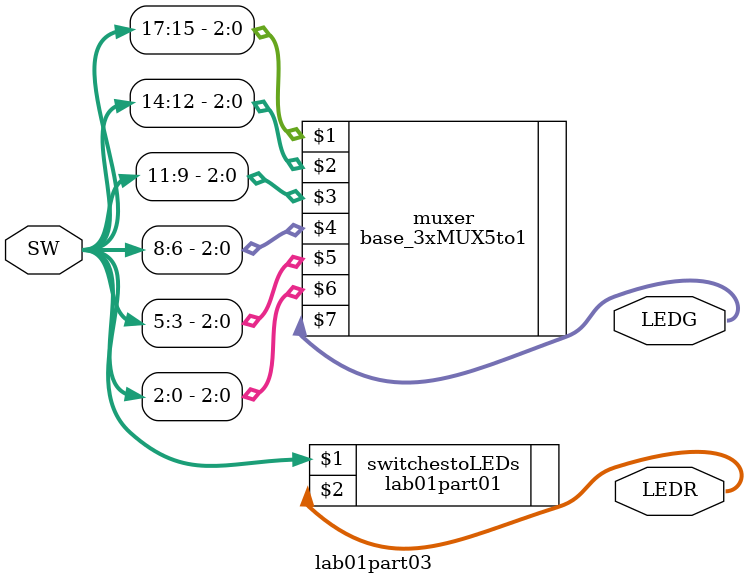
<source format=v>
module lab01part03(
	input [17:0]SW,
	output [17:0]LEDR,
	output [2:0]LEDG
);
	
	base_3xMUX5to1 muxer(SW[17:15], SW[14:12], SW[11:9], SW[8:6], SW[5:3], SW[2:0], LEDG[2:0]);
	lab01part01 switchestoLEDs(SW, LEDR);

endmodule
</source>
